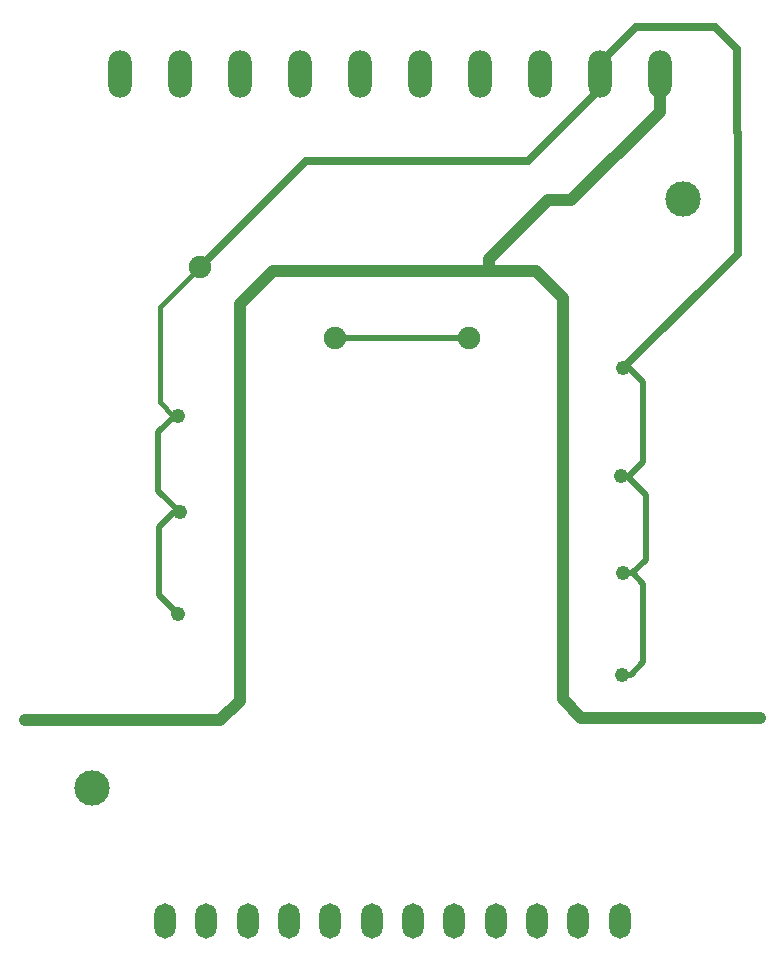
<source format=gbr>
%FSLAX23Y23*%
%MOIN*%
%ADD70O,0.07087X0.11811*%
%ADD91O,0.07874X0.15748*%
%ADD96C,0.01800*%
%ADD188C,0.01969*%
%ADD99C,0.02756*%
%ADD73C,0.03937*%
%ADD98C,0.04800*%
%ADD93C,0.07500*%
%ADD97C,0.11811*%
X000Y000D02*
D02*
D70*
X496Y321D03*
X634D03*
X772D03*
X909D03*
X1047D03*
X1185D03*
X1323D03*
X1461D03*
X1598D03*
X1736D03*
X1874D03*
X2012D03*
D02*
D73*
X1576Y2489D02*
X855D01*
X747Y2380*
Y1057*
X681Y991*
X028*
X1576Y2489D02*
X1732D01*
X1823Y2398*
Y1062*
X1884Y1000*
X2478*
X2145Y3147D02*
Y3020D01*
X1849Y2724*
X1772*
X1576Y2528*
Y2489*
D02*
D91*
X345Y3147D03*
X545D03*
X745D03*
X945D03*
X1145D03*
X1345D03*
X1545D03*
X1745D03*
X1945D03*
X2145D03*
D02*
D93*
X613Y2503D03*
X1064Y2264D03*
X1508D03*
D02*
D96*
X540Y2006D02*
X523D01*
X478Y2051*
Y2369*
X613Y2503*
D02*
D97*
X253Y767D03*
X2223Y2729D03*
D02*
D98*
X539Y1346D03*
X540Y2006D03*
X546Y1685D03*
X2015Y1804D03*
X2019Y1143D03*
X2023Y1481D03*
Y2164D03*
D02*
D99*
X613Y2503D02*
X614D01*
X965Y2854*
X1705*
X1945Y3094*
Y3147*
Y3181*
X2067Y3302*
X2331*
X2404Y3229*
Y2951*
X2405Y2950*
Y2546*
X2023Y2164*
D02*
D188*
X540Y2006D02*
X530D01*
X474Y1951*
Y1756*
X546Y1685*
X525*
X477Y1637*
Y1408*
X539Y1346*
X1508Y2264D02*
X1064D01*
X2015Y1804D02*
Y1807D01*
X2044*
X2090Y1852*
Y2118*
X2043Y2164*
X2023*
X2019Y1143D02*
X2050D01*
X2091Y1184*
Y1445*
X2055Y1481*
X2023*
X2052*
X2098Y1527*
Y1743*
X2039Y1802*
Y1804*
X2015*
X000Y000D02*
M02*

</source>
